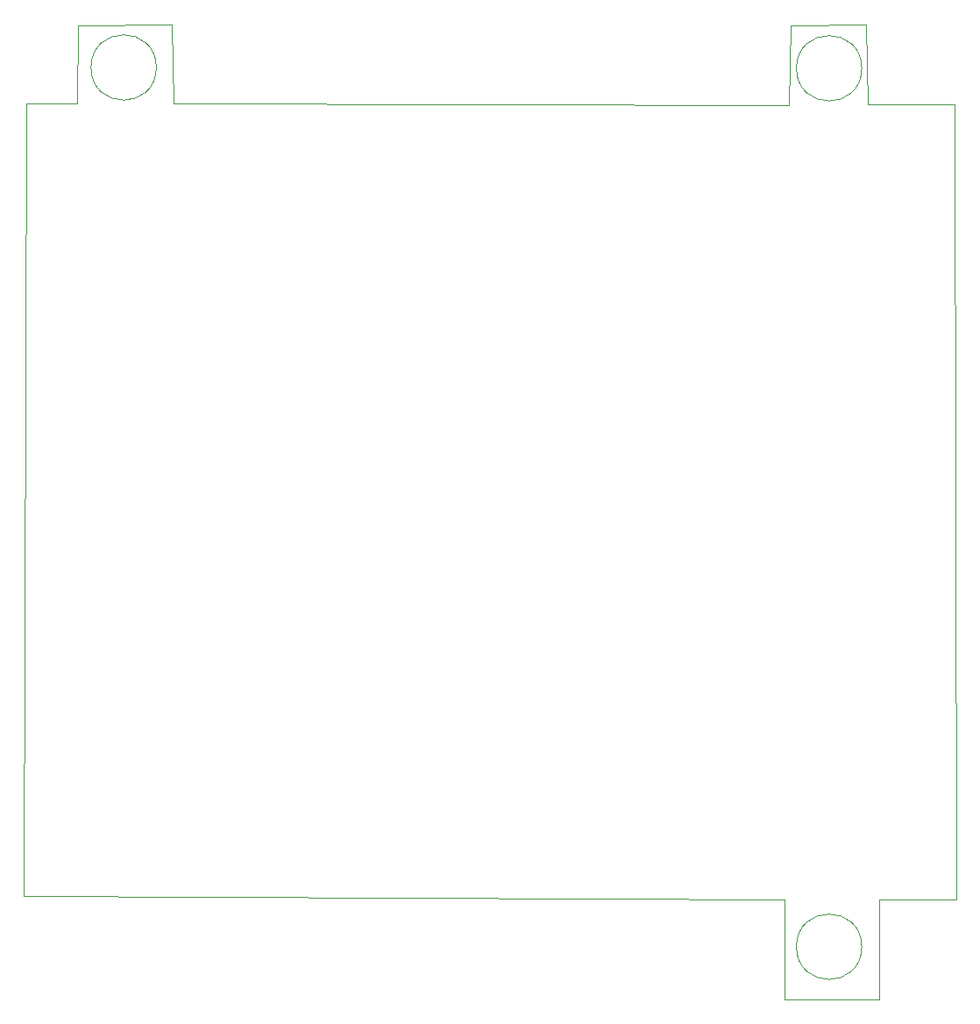
<source format=gbr>
%TF.GenerationSoftware,KiCad,Pcbnew,9.0.4*%
%TF.CreationDate,2025-10-16T20:53:51-05:00*%
%TF.ProjectId,MotorControl,4d6f746f-7243-46f6-9e74-726f6c2e6b69,rev?*%
%TF.SameCoordinates,Original*%
%TF.FileFunction,Profile,NP*%
%FSLAX46Y46*%
G04 Gerber Fmt 4.6, Leading zero omitted, Abs format (unit mm)*
G04 Created by KiCad (PCBNEW 9.0.4) date 2025-10-16 20:53:51*
%MOMM*%
%LPD*%
G01*
G04 APERTURE LIST*
%TA.AperFunction,Profile*%
%ADD10C,0.050000*%
%TD*%
G04 APERTURE END LIST*
D10*
X90170000Y-34213640D02*
G75*
G02*
X83858614Y-34213640I-3155693J0D01*
G01*
X83858614Y-34213640D02*
G75*
G02*
X90170000Y-34213640I3155693J0D01*
G01*
X158305693Y-119126000D02*
G75*
G02*
X151994307Y-119126000I-3155693J0D01*
G01*
X151994307Y-119126000D02*
G75*
G02*
X158305693Y-119126000I3155693J0D01*
G01*
X158305693Y-34290000D02*
G75*
G02*
X151994307Y-34290000I-3155693J0D01*
G01*
X151994307Y-34290000D02*
G75*
G02*
X158305693Y-34290000I3155693J0D01*
G01*
X158875000Y-37775000D02*
X167285946Y-37777669D01*
X167480700Y-114554000D01*
X160020000Y-114554000D01*
X160020000Y-124206000D01*
X150876000Y-124206000D01*
X150876000Y-114554000D01*
X77347650Y-114203998D01*
X77602496Y-37695503D01*
X82525000Y-37700000D01*
X82625000Y-30150000D01*
X91650000Y-30100000D01*
X91825000Y-37650000D01*
X151300000Y-37846000D01*
X151450000Y-30125000D01*
X158700000Y-30075000D01*
X158875000Y-37775000D01*
M02*

</source>
